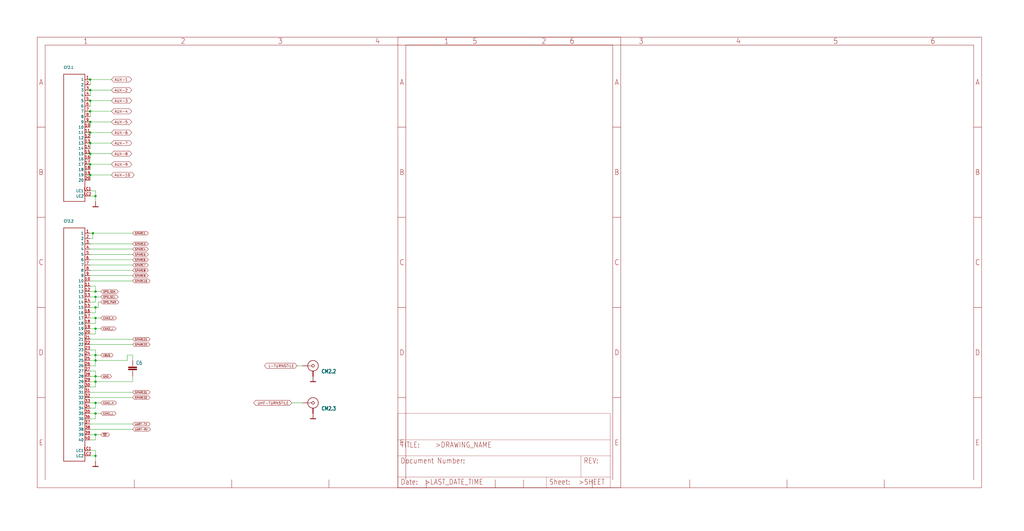
<source format=kicad_sch>
(kicad_sch (version 20211123) (generator eeschema)
  (paper "User" 490.22 254.406)
  (lib_symbols
    (symbol "oresat-backplane-1u-eagle-import:C-EU1206-B"
      (property "Reference" "C" (at 1.524 0.381 0))
      (property "Value" "C-EU1206-B" (at 1.524 -4.699 0))
      (symbol "C-EU1206-B_1_0"
        (rectangle (start -2.032 -2.032) (end 2.032 -1.524) (fill (type outline)))
        (rectangle (start -2.032 -1.016) (end 2.032 -0.508) (fill (type outline)))
        (polyline (pts (xy 0 -2.54) (xy 0 -2.032)) (stroke (width 0.1524)))
        (polyline (pts (xy 0 0) (xy 0 -0.508)) (stroke (width 0.1524)))
        (pin passive line (at 0 2.54 270) (length 2.54) (name "1") (number "1"))
        (pin passive line (at 0 -5.08 90) (length 2.54) (name "2") (number "2"))
      )
    )
    (symbol "oresat-backplane-1u-eagle-import:FRAME_A_L"
      (symbol "FRAME_A_L_0_0"
        (polyline (pts (xy 0 43.18) (xy 3.81 43.18)))
        (polyline (pts (xy 0 86.36) (xy 3.81 86.36)))
        (polyline (pts (xy 0 129.54) (xy 3.81 129.54)))
        (polyline (pts (xy 0 172.72) (xy 3.81 172.72)))
        (polyline (pts (xy 3.81 3.81) (xy 3.81 212.09)))
        (polyline (pts (xy 46.5667 0) (xy 46.5667 3.81)))
        (polyline (pts (xy 93.1333 0) (xy 93.1333 3.81)))
        (polyline (pts (xy 139.7 0) (xy 139.7 3.81)))
        (polyline (pts (xy 186.2667 0) (xy 186.2667 3.81)))
        (polyline (pts (xy 232.8333 0) (xy 232.8333 3.81)))
        (polyline (pts (xy 275.59 3.81) (xy 275.59 212.09)))
        (polyline (pts (xy 275.59 43.18) (xy 279.4 43.18)))
        (polyline (pts (xy 275.59 86.36) (xy 279.4 86.36)))
        (polyline (pts (xy 275.59 129.54) (xy 279.4 129.54)))
        (polyline (pts (xy 275.59 172.72) (xy 279.4 172.72)))
        (polyline (pts (xy 275.59 212.09) (xy 3.81 212.09)))
        (polyline (pts (xy 0 0) (xy 279.4 0) (xy 279.4 215.9) (xy 0 215.9) (xy 0 0)))
        (text "1" (at 23.2833 213.995 0) (effects (font (size 2.54 2.286))))
        (text "2" (at 69.85 213.995 0) (effects (font (size 2.54 2.286))))
        (text "3" (at 116.4167 213.995 0) (effects (font (size 2.54 2.286))))
        (text "4" (at 162.9833 213.995 0) (effects (font (size 2.54 2.286))))
        (text "5" (at 209.55 213.995 0) (effects (font (size 2.54 2.286))))
        (text "6" (at 256.1167 213.995 0) (effects (font (size 2.54 2.286))))
        (text "A" (at 1.905 194.31 0) (effects (font (size 2.54 2.286))))
        (text "A" (at 277.495 194.31 0) (effects (font (size 2.54 2.286))))
        (text "B" (at 1.905 151.13 0) (effects (font (size 2.54 2.286))))
        (text "B" (at 277.495 151.13 0) (effects (font (size 2.54 2.286))))
        (text "C" (at 1.905 107.95 0) (effects (font (size 2.54 2.286))))
        (text "C" (at 277.495 107.95 0) (effects (font (size 2.54 2.286))))
        (text "D" (at 1.905 64.77 0) (effects (font (size 2.54 2.286))))
        (text "D" (at 277.495 64.77 0) (effects (font (size 2.54 2.286))))
        (text "E" (at 1.905 21.59 0) (effects (font (size 2.54 2.286))))
        (text "E" (at 277.495 21.59 0) (effects (font (size 2.54 2.286))))
      )
      (symbol "FRAME_A_L_2_0"
        (polyline (pts (xy 0 0) (xy 0 5.08)) (stroke (width 0.1016)))
        (polyline (pts (xy 0 0) (xy 71.12 0)) (stroke (width 0.1016)))
        (polyline (pts (xy 0 5.08) (xy 0 15.24)) (stroke (width 0.1016)))
        (polyline (pts (xy 0 5.08) (xy 71.12 5.08)) (stroke (width 0.1016)))
        (polyline (pts (xy 0 15.24) (xy 0 22.86)) (stroke (width 0.1016)))
        (polyline (pts (xy 0 22.86) (xy 0 35.56)) (stroke (width 0.1016)))
        (polyline (pts (xy 0 22.86) (xy 101.6 22.86)) (stroke (width 0.1016)))
        (polyline (pts (xy 71.12 0) (xy 101.6 0)) (stroke (width 0.1016)))
        (polyline (pts (xy 71.12 5.08) (xy 71.12 0)) (stroke (width 0.1016)))
        (polyline (pts (xy 71.12 5.08) (xy 87.63 5.08)) (stroke (width 0.1016)))
        (polyline (pts (xy 87.63 5.08) (xy 101.6 5.08)) (stroke (width 0.1016)))
        (polyline (pts (xy 87.63 15.24) (xy 0 15.24)) (stroke (width 0.1016)))
        (polyline (pts (xy 87.63 15.24) (xy 87.63 5.08)) (stroke (width 0.1016)))
        (polyline (pts (xy 101.6 5.08) (xy 101.6 0)) (stroke (width 0.1016)))
        (polyline (pts (xy 101.6 15.24) (xy 87.63 15.24)) (stroke (width 0.1016)))
        (polyline (pts (xy 101.6 15.24) (xy 101.6 5.08)) (stroke (width 0.1016)))
        (polyline (pts (xy 101.6 22.86) (xy 101.6 15.24)) (stroke (width 0.1016)))
        (polyline (pts (xy 101.6 35.56) (xy 0 35.56)) (stroke (width 0.1016)))
        (polyline (pts (xy 101.6 35.56) (xy 101.6 22.86)) (stroke (width 0.1016)))
        (text ">DRAWING_NAME" (at 17.78 19.05 0) (effects (font (size 2.54 2.159)) (justify left bottom)))
        (text ">LAST_DATE_TIME" (at 12.7 1.27 0) (effects (font (size 2.54 2.159)) (justify left bottom)))
        (text ">SHEET" (at 86.36 1.27 0) (effects (font (size 2.54 2.159)) (justify left bottom)))
        (text "Date:" (at 1.27 1.27 0) (effects (font (size 2.54 2.159)) (justify left bottom)))
        (text "Document Number:" (at 1.27 11.43 0) (effects (font (size 2.54 2.159)) (justify left bottom)))
        (text "REV:" (at 88.9 11.43 0) (effects (font (size 2.54 2.159)) (justify left bottom)))
        (text "Sheet:" (at 72.39 1.27 0) (effects (font (size 2.54 2.159)) (justify left bottom)))
        (text "TITLE:" (at 1.27 19.05 0) (effects (font (size 2.54 2.159)) (justify left bottom)))
      )
    )
    (symbol "oresat-backplane-1u-eagle-import:GND" (power)
      (symbol "GND_1_0"
        (polyline (pts (xy -1.27 -2.54) (xy 1.27 -2.54)) (stroke (width 0.4064)))
        (pin power_in line (at 0 0 270) (length 2.54) (name "GND") (number "1"))
      )
    )
    (symbol "oresat-backplane-1u-eagle-import:J-MOLEX-SMPM-73300-0111X"
      (property "Reference" "CM" (at 3.81 -3.81 0))
      (property "Value" "J-MOLEX-SMPM-73300-0111X" (at 3.81 -6.35 0))
      (symbol "J-MOLEX-SMPM-73300-0111X_1_0"
        (polyline (pts (xy -2.54 0) (xy -0.635 0)) (stroke (width 0.1524)))
        (circle (center 0 0) (radius 0.635) (stroke (width 0.254)))
        (circle (center 0 0) (radius 2.54) (stroke (width 0.254)))
        (pin passive line (at 0 -5.08 90) (length 2.54) (name "SHIELD1") (number "P$1"))
        (pin passive line (at 0 -5.08 90) (length 2.54) (name "SHIELD1") (number "P$2"))
        (pin passive line (at 0 -5.08 90) (length 2.54) (name "SHIELD1") (number "P$3"))
        (pin passive line (at 0 -5.08 90) (length 2.54) (name "SHIELD1") (number "P$4"))
        (pin passive line (at -5.08 0 0) (length 2.54) (name "RF") (number "RF-DOWN"))
      )
    )
    (symbol "oresat-backplane-1u-eagle-import:SFM-110-X1-XXX-D-LC"
      (property "Reference" "CF" (at -2.54 33.02 0))
      (property "Value" "SFM-110-X1-XXX-D-LC" (at -2.54 31.75 0))
      (symbol "SFM-110-X1-XXX-D-LC_1_0"
        (polyline (pts (xy -2.54 -30.48) (xy -2.54 30.48)) (stroke (width 0.254)))
        (polyline (pts (xy -2.54 30.48) (xy 7.62 30.48)) (stroke (width 0.254)))
        (polyline (pts (xy 7.62 -30.48) (xy -2.54 -30.48)) (stroke (width 0.254)))
        (polyline (pts (xy 7.62 30.48) (xy 7.62 -30.48)) (stroke (width 0.254)))
        (pin passive line (at 10.16 27.94 180) (length 2.54) (name "1") (number "1"))
        (pin passive line (at 10.16 5.08 180) (length 2.54) (name "10") (number "10"))
        (pin passive line (at 10.16 2.54 180) (length 2.54) (name "11") (number "11"))
        (pin passive line (at 10.16 0 180) (length 2.54) (name "12") (number "12"))
        (pin passive line (at 10.16 -2.54 180) (length 2.54) (name "13") (number "13"))
        (pin passive line (at 10.16 -5.08 180) (length 2.54) (name "14") (number "14"))
        (pin passive line (at 10.16 -7.62 180) (length 2.54) (name "15") (number "15"))
        (pin passive line (at 10.16 -10.16 180) (length 2.54) (name "16") (number "16"))
        (pin passive line (at 10.16 -12.7 180) (length 2.54) (name "17") (number "17"))
        (pin passive line (at 10.16 -15.24 180) (length 2.54) (name "18") (number "18"))
        (pin passive line (at 10.16 -17.78 180) (length 2.54) (name "19") (number "19"))
        (pin passive line (at 10.16 25.4 180) (length 2.54) (name "2") (number "2"))
        (pin passive line (at 10.16 -20.32 180) (length 2.54) (name "20") (number "20"))
        (pin passive line (at 10.16 22.86 180) (length 2.54) (name "3") (number "3"))
        (pin passive line (at 10.16 20.32 180) (length 2.54) (name "4") (number "4"))
        (pin passive line (at 10.16 17.78 180) (length 2.54) (name "5") (number "5"))
        (pin passive line (at 10.16 15.24 180) (length 2.54) (name "6") (number "6"))
        (pin passive line (at 10.16 12.7 180) (length 2.54) (name "7") (number "7"))
        (pin passive line (at 10.16 10.16 180) (length 2.54) (name "8") (number "8"))
        (pin passive line (at 10.16 7.62 180) (length 2.54) (name "9") (number "9"))
        (pin passive line (at 10.16 -25.4 180) (length 2.54) (name "LC1") (number "LC1"))
        (pin passive line (at 10.16 -27.94 180) (length 2.54) (name "LC2") (number "LC2"))
      )
    )
    (symbol "oresat-backplane-1u-eagle-import:SFM-120-X1-XXX-D"
      (property "Reference" "J" (at -2.54 50.8 0))
      (property "Value" "SFM-120-X1-XXX-D" (at -2.54 49.53 0))
      (symbol "SFM-120-X1-XXX-D_1_0"
        (polyline (pts (xy -2.54 -63.5) (xy -2.54 48.26)) (stroke (width 0.254)))
        (polyline (pts (xy -2.54 48.26) (xy 7.62 48.26)) (stroke (width 0.254)))
        (polyline (pts (xy 7.62 -63.5) (xy -2.54 -63.5)) (stroke (width 0.254)))
        (polyline (pts (xy 7.62 48.26) (xy 7.62 -63.5)) (stroke (width 0.254)))
        (pin passive line (at 10.16 45.72 180) (length 2.54) (name "1") (number "1"))
        (pin passive line (at 10.16 22.86 180) (length 2.54) (name "10") (number "10"))
        (pin passive line (at 10.16 20.32 180) (length 2.54) (name "11") (number "11"))
        (pin passive line (at 10.16 17.78 180) (length 2.54) (name "12") (number "12"))
        (pin passive line (at 10.16 15.24 180) (length 2.54) (name "13") (number "13"))
        (pin passive line (at 10.16 12.7 180) (length 2.54) (name "14") (number "14"))
        (pin passive line (at 10.16 10.16 180) (length 2.54) (name "15") (number "15"))
        (pin passive line (at 10.16 7.62 180) (length 2.54) (name "16") (number "16"))
        (pin passive line (at 10.16 5.08 180) (length 2.54) (name "17") (number "17"))
        (pin passive line (at 10.16 2.54 180) (length 2.54) (name "18") (number "18"))
        (pin passive line (at 10.16 0 180) (length 2.54) (name "19") (number "19"))
        (pin passive line (at 10.16 43.18 180) (length 2.54) (name "2") (number "2"))
        (pin passive line (at 10.16 -2.54 180) (length 2.54) (name "20") (number "20"))
        (pin passive line (at 10.16 -5.08 180) (length 2.54) (name "21") (number "21"))
        (pin passive line (at 10.16 -7.62 180) (length 2.54) (name "22") (number "22"))
        (pin passive line (at 10.16 -10.16 180) (length 2.54) (name "23") (number "23"))
        (pin passive line (at 10.16 -12.7 180) (length 2.54) (name "24") (number "24"))
        (pin passive line (at 10.16 -15.24 180) (length 2.54) (name "25") (number "25"))
        (pin passive line (at 10.16 -17.78 180) (length 2.54) (name "26") (number "26"))
        (pin passive line (at 10.16 -20.32 180) (length 2.54) (name "27") (number "27"))
        (pin passive line (at 10.16 -22.86 180) (length 2.54) (name "28") (number "28"))
        (pin passive line (at 10.16 -25.4 180) (length 2.54) (name "29") (number "29"))
        (pin passive line (at 10.16 40.64 180) (length 2.54) (name "3") (number "3"))
        (pin passive line (at 10.16 -27.94 180) (length 2.54) (name "30") (number "30"))
        (pin passive line (at 10.16 -30.48 180) (length 2.54) (name "31") (number "31"))
        (pin passive line (at 10.16 -33.02 180) (length 2.54) (name "32") (number "32"))
        (pin passive line (at 10.16 -35.56 180) (length 2.54) (name "33") (number "33"))
        (pin passive line (at 10.16 -38.1 180) (length 2.54) (name "34") (number "34"))
        (pin passive line (at 10.16 -40.64 180) (length 2.54) (name "35") (number "35"))
        (pin passive line (at 10.16 -43.18 180) (length 2.54) (name "36") (number "36"))
        (pin passive line (at 10.16 -45.72 180) (length 2.54) (name "37") (number "37"))
        (pin passive line (at 10.16 -48.26 180) (length 2.54) (name "38") (number "38"))
        (pin passive line (at 10.16 -50.8 180) (length 2.54) (name "39") (number "39"))
        (pin passive line (at 10.16 38.1 180) (length 2.54) (name "4") (number "4"))
        (pin passive line (at 10.16 -53.34 180) (length 2.54) (name "40") (number "40"))
        (pin passive line (at 10.16 35.56 180) (length 2.54) (name "5") (number "5"))
        (pin passive line (at 10.16 33.02 180) (length 2.54) (name "6") (number "6"))
        (pin passive line (at 10.16 30.48 180) (length 2.54) (name "7") (number "7"))
        (pin passive line (at 10.16 27.94 180) (length 2.54) (name "8") (number "8"))
        (pin passive line (at 10.16 25.4 180) (length 2.54) (name "9") (number "9"))
        (pin passive line (at 10.16 -58.42 180) (length 2.54) (name "LC1") (number "LC1"))
        (pin passive line (at 10.16 -60.96 180) (length 2.54) (name "LC2") (number "LC2"))
      )
    )
  )
  (junction (at 45.72 142.24))
  (junction (at 43.18 53.34))
  (junction (at 45.72 172.72))
  (junction (at 43.18 38.1))
  (junction (at 45.72 180.34))
  (junction (at 45.72 147.32))
  (junction (at 45.72 93.98))
  (junction (at 45.72 218.44))
  (junction (at 45.72 208.28))
  (junction (at 45.72 198.12))
  (junction (at 45.72 182.88))
  (junction (at 43.18 68.58))
  (junction (at 44.45 111.76))
  (junction (at 45.72 139.7))
  (junction (at 45.72 193.04))
  (junction (at 43.18 63.5))
  (junction (at 43.18 48.26))
  (junction (at 43.18 58.42))
  (junction (at 45.72 157.48))
  (junction (at 43.18 43.18))
  (junction (at 45.72 152.4))
  (junction (at 43.18 78.74))
  (junction (at 43.18 83.82))
  (junction (at 45.72 170.18))
  (junction (at 43.18 73.66))
  (wire (pts (xy 43.18 119.38) (xy 63.5 119.38)))
  (wire (pts (xy 43.18 210.82) (xy 45.72 210.82)))
  (wire (pts (xy 45.72 93.98) (xy 45.72 91.44)))
  (wire (pts (xy 63.5 182.88) (xy 45.72 182.88)))
  (wire (pts (xy 45.72 167.64) (xy 45.72 170.18)))
  (wire (pts (xy 45.72 182.88) (xy 43.18 182.88)))
  (wire (pts (xy 43.18 200.66) (xy 45.72 200.66)))
  (wire (pts (xy 43.18 43.18) (xy 43.18 45.72)))
  (wire (pts (xy 43.18 190.5) (xy 63.5 190.5)))
  (wire (pts (xy 45.72 170.18) (xy 45.72 172.72)))
  (wire (pts (xy 43.18 134.62) (xy 63.5 134.62)))
  (wire (pts (xy 45.72 193.04) (xy 43.18 193.04)))
  (wire (pts (xy 43.18 78.74) (xy 53.34 78.74)))
  (wire (pts (xy 45.72 157.48) (xy 45.72 160.02)))
  (wire (pts (xy 45.72 172.72) (xy 45.72 175.26)))
  (wire (pts (xy 43.18 38.1) (xy 53.34 38.1)))
  (wire (pts (xy 48.26 180.34) (xy 45.72 180.34)))
  (wire (pts (xy 43.18 215.9) (xy 45.72 215.9)))
  (wire (pts (xy 48.26 157.48) (xy 45.72 157.48)))
  (wire (pts (xy 43.18 111.76) (xy 44.45 111.76)))
  (wire (pts (xy 43.18 129.54) (xy 63.5 129.54)))
  (wire (pts (xy 43.18 205.74) (xy 63.5 205.74)))
  (wire (pts (xy 43.18 43.18) (xy 53.34 43.18)))
  (wire (pts (xy 43.18 63.5) (xy 53.34 63.5)))
  (wire (pts (xy 43.18 83.82) (xy 53.34 83.82)))
  (wire (pts (xy 45.72 144.78) (xy 43.18 144.78)))
  (wire (pts (xy 45.72 185.42) (xy 45.72 182.88)))
  (wire (pts (xy 43.18 177.8) (xy 45.72 177.8)))
  (wire (pts (xy 43.18 160.02) (xy 45.72 160.02)))
  (wire (pts (xy 48.26 170.18) (xy 45.72 170.18)))
  (wire (pts (xy 144.78 193.04) (xy 139.7 193.04)))
  (wire (pts (xy 43.18 63.5) (xy 43.18 66.04)))
  (wire (pts (xy 48.26 198.12) (xy 45.72 198.12)))
  (wire (pts (xy 43.18 124.46) (xy 63.5 124.46)))
  (wire (pts (xy 44.45 114.3) (xy 44.45 111.76)))
  (wire (pts (xy 48.26 144.78) (xy 46.99 144.78)))
  (wire (pts (xy 45.72 147.32) (xy 43.18 147.32)))
  (wire (pts (xy 45.72 139.7) (xy 45.72 137.16)))
  (wire (pts (xy 43.18 68.58) (xy 43.18 71.12)))
  (wire (pts (xy 43.18 73.66) (xy 53.34 73.66)))
  (wire (pts (xy 43.18 142.24) (xy 45.72 142.24)))
  (wire (pts (xy 43.18 165.1) (xy 63.5 165.1)))
  (wire (pts (xy 45.72 172.72) (xy 43.18 172.72)))
  (wire (pts (xy 45.72 137.16) (xy 43.18 137.16)))
  (wire (pts (xy 63.5 180.34) (xy 63.5 182.88)))
  (wire (pts (xy 48.26 208.28) (xy 45.72 208.28)))
  (wire (pts (xy 48.26 152.4) (xy 45.72 152.4)))
  (wire (pts (xy 45.72 91.44) (xy 43.18 91.44)))
  (wire (pts (xy 45.72 200.66) (xy 45.72 198.12)))
  (wire (pts (xy 43.18 180.34) (xy 45.72 180.34)))
  (wire (pts (xy 43.18 114.3) (xy 44.45 114.3)))
  (wire (pts (xy 43.18 48.26) (xy 43.18 50.8)))
  (wire (pts (xy 43.18 218.44) (xy 45.72 218.44)))
  (wire (pts (xy 46.99 147.32) (xy 45.72 147.32)))
  (wire (pts (xy 45.72 175.26) (xy 43.18 175.26)))
  (wire (pts (xy 43.18 167.64) (xy 45.72 167.64)))
  (wire (pts (xy 43.18 154.94) (xy 45.72 154.94)))
  (wire (pts (xy 43.18 149.86) (xy 45.72 149.86)))
  (wire (pts (xy 45.72 152.4) (xy 43.18 152.4)))
  (wire (pts (xy 45.72 157.48) (xy 43.18 157.48)))
  (wire (pts (xy 45.72 210.82) (xy 45.72 208.28)))
  (wire (pts (xy 43.18 73.66) (xy 43.18 76.2)))
  (wire (pts (xy 43.18 132.08) (xy 63.5 132.08)))
  (wire (pts (xy 43.18 185.42) (xy 45.72 185.42)))
  (wire (pts (xy 45.72 170.18) (xy 43.18 170.18)))
  (wire (pts (xy 45.72 172.72) (xy 60.96 172.72)))
  (wire (pts (xy 45.72 96.52) (xy 45.72 93.98)))
  (wire (pts (xy 48.26 139.7) (xy 45.72 139.7)))
  (wire (pts (xy 43.18 58.42) (xy 43.18 60.96)))
  (wire (pts (xy 144.78 175.26) (xy 142.24 175.26)))
  (wire (pts (xy 45.72 142.24) (xy 45.72 144.78)))
  (wire (pts (xy 43.18 68.58) (xy 53.34 68.58)))
  (wire (pts (xy 45.72 152.4) (xy 45.72 154.94)))
  (wire (pts (xy 45.72 195.58) (xy 45.72 193.04)))
  (wire (pts (xy 48.26 193.04) (xy 45.72 193.04)))
  (wire (pts (xy 63.5 170.18) (xy 63.5 172.72)))
  (wire (pts (xy 45.72 208.28) (xy 43.18 208.28)))
  (wire (pts (xy 43.18 38.1) (xy 43.18 40.64)))
  (wire (pts (xy 45.72 177.8) (xy 45.72 180.34)))
  (wire (pts (xy 43.18 203.2) (xy 63.5 203.2)))
  (wire (pts (xy 43.18 139.7) (xy 45.72 139.7)))
  (wire (pts (xy 45.72 93.98) (xy 43.18 93.98)))
  (wire (pts (xy 43.18 53.34) (xy 53.34 53.34)))
  (wire (pts (xy 43.18 83.82) (xy 43.18 86.36)))
  (wire (pts (xy 45.72 215.9) (xy 45.72 218.44)))
  (wire (pts (xy 43.18 195.58) (xy 45.72 195.58)))
  (wire (pts (xy 45.72 142.24) (xy 48.26 142.24)))
  (wire (pts (xy 43.18 53.34) (xy 43.18 55.88)))
  (wire (pts (xy 43.18 48.26) (xy 53.34 48.26)))
  (wire (pts (xy 43.18 58.42) (xy 53.34 58.42)))
  (wire (pts (xy 60.96 172.72) (xy 60.96 170.18)))
  (wire (pts (xy 43.18 121.92) (xy 63.5 121.92)))
  (wire (pts (xy 45.72 218.44) (xy 45.72 220.98)))
  (wire (pts (xy 43.18 116.84) (xy 63.5 116.84)))
  (wire (pts (xy 43.18 162.56) (xy 63.5 162.56)))
  (wire (pts (xy 43.18 78.74) (xy 43.18 81.28)))
  (wire (pts (xy 45.72 180.34) (xy 45.72 182.88)))
  (wire (pts (xy 45.72 149.86) (xy 45.72 147.32)))
  (wire (pts (xy 45.72 198.12) (xy 43.18 198.12)))
  (wire (pts (xy 43.18 127) (xy 63.5 127)))
  (wire (pts (xy 43.18 187.96) (xy 63.5 187.96)))
  (wire (pts (xy 46.99 144.78) (xy 46.99 147.32)))
  (wire (pts (xy 60.96 170.18) (xy 63.5 170.18)))
  (wire (pts (xy 44.45 111.76) (xy 63.5 111.76)))
  (global_label "~{SD}" (shape bidirectional) (at 48.26 208.28 0) (effects (font (size 0.889 0.889))) (property "Intersheet References" "${INTERSHEET_REFS}" (effects hide)))
  (global_label "SPARE21" (shape bidirectional) (at 63.5 162.56 0) (effects (font (size 0.889 0.889))) (property "Intersheet References" "${INTERSHEET_REFS}" (effects hide)))
  (global_label "SPARE5" (shape bidirectional) (at 63.5 121.92 0) (effects (font (size 0.889 0.889))) (property "Intersheet References" "${INTERSHEET_REFS}" (effects hide)))
  (global_label "AUX-8" (shape bidirectional) (at 53.34 73.66 0) (effects (font (size 1.2446 1.2446))) (property "Intersheet References" "${INTERSHEET_REFS}" (effects hide)))
  (global_label "SPARE7" (shape bidirectional) (at 63.5 127 0) (effects (font (size 0.889 0.889))) (property "Intersheet References" "${INTERSHEET_REFS}" (effects hide)))
  (global_label "AUX-6" (shape bidirectional) (at 53.34 63.5 0) (effects (font (size 1.2446 1.2446))) (property "Intersheet References" "${INTERSHEET_REFS}" (effects hide)))
  (global_label "UART-RX" (shape bidirectional) (at 63.5 205.74 0) (effects (font (size 0.889 0.889))) (property "Intersheet References" "${INTERSHEET_REFS}" (effects hide)))
  (global_label "OPD_SDA" (shape bidirectional) (at 48.26 139.7 0) (effects (font (size 0.889 0.889))) (property "Intersheet References" "${INTERSHEET_REFS}" (effects hide)))
  (global_label "CAN2_L" (shape bidirectional) (at 48.26 157.48 0) (effects (font (size 0.889 0.889))) (property "Intersheet References" "${INTERSHEET_REFS}" (effects hide)))
  (global_label "CAN1_H" (shape bidirectional) (at 48.26 193.04 0) (effects (font (size 0.889 0.889))) (property "Intersheet References" "${INTERSHEET_REFS}" (effects hide)))
  (global_label "SPARE4" (shape bidirectional) (at 63.5 119.38 0) (effects (font (size 0.889 0.889))) (property "Intersheet References" "${INTERSHEET_REFS}" (effects hide)))
  (global_label "AUX-5" (shape bidirectional) (at 53.34 58.42 0) (effects (font (size 1.2446 1.2446))) (property "Intersheet References" "${INTERSHEET_REFS}" (effects hide)))
  (global_label "AUX-9" (shape bidirectional) (at 53.34 78.74 0) (effects (font (size 1.2446 1.2446))) (property "Intersheet References" "${INTERSHEET_REFS}" (effects hide)))
  (global_label "SPARE1" (shape bidirectional) (at 63.5 111.76 0) (effects (font (size 0.889 0.889))) (property "Intersheet References" "${INTERSHEET_REFS}" (effects hide)))
  (global_label "SPARE32" (shape bidirectional) (at 63.5 190.5 0) (effects (font (size 0.889 0.889))) (property "Intersheet References" "${INTERSHEET_REFS}" (effects hide)))
  (global_label "SPARE8" (shape bidirectional) (at 63.5 129.54 0) (effects (font (size 0.889 0.889))) (property "Intersheet References" "${INTERSHEET_REFS}" (effects hide)))
  (global_label "UHF-TURNSTILE" (shape bidirectional) (at 139.7 193.04 180) (effects (font (size 1.2446 1.2446))) (property "Intersheet References" "${INTERSHEET_REFS}" (effects hide)))
  (global_label "AUX-7" (shape bidirectional) (at 53.34 68.58 0) (effects (font (size 1.2446 1.2446))) (property "Intersheet References" "${INTERSHEET_REFS}" (effects hide)))
  (global_label "VBUS" (shape bidirectional) (at 48.26 170.18 0) (effects (font (size 0.889 0.889))) (property "Intersheet References" "${INTERSHEET_REFS}" (effects hide)))
  (global_label "UART-TX" (shape bidirectional) (at 63.5 203.2 0) (effects (font (size 0.889 0.889))) (property "Intersheet References" "${INTERSHEET_REFS}" (effects hide)))
  (global_label "AUX-1" (shape bidirectional) (at 53.34 38.1 0) (effects (font (size 1.2446 1.2446))) (property "Intersheet References" "${INTERSHEET_REFS}" (effects hide)))
  (global_label "SPARE3" (shape bidirectional) (at 63.5 116.84 0) (effects (font (size 0.889 0.889))) (property "Intersheet References" "${INTERSHEET_REFS}" (effects hide)))
  (global_label "CAN2_H" (shape bidirectional) (at 48.26 152.4 0) (effects (font (size 0.889 0.889))) (property "Intersheet References" "${INTERSHEET_REFS}" (effects hide)))
  (global_label "SPARE31" (shape bidirectional) (at 63.5 187.96 0) (effects (font (size 0.889 0.889))) (property "Intersheet References" "${INTERSHEET_REFS}" (effects hide)))
  (global_label "GND" (shape bidirectional) (at 48.26 180.34 0) (effects (font (size 0.889 0.889))) (property "Intersheet References" "${INTERSHEET_REFS}" (effects hide)))
  (global_label "AUX-2" (shape bidirectional) (at 53.34 43.18 0) (effects (font (size 1.2446 1.2446))) (property "Intersheet References" "${INTERSHEET_REFS}" (effects hide)))
  (global_label "SPARE10" (shape bidirectional) (at 63.5 134.62 0) (effects (font (size 0.889 0.889))) (property "Intersheet References" "${INTERSHEET_REFS}" (effects hide)))
  (global_label "OPD_SCL" (shape bidirectional) (at 48.26 142.24 0) (effects (font (size 0.889 0.889))) (property "Intersheet References" "${INTERSHEET_REFS}" (effects hide)))
  (global_label "AUX-4" (shape bidirectional) (at 53.34 53.34 0) (effects (font (size 1.2446 1.2446))) (property "Intersheet References" "${INTERSHEET_REFS}" (effects hide)))
  (global_label "SPARE22" (shape bidirectional) (at 63.5 165.1 0) (effects (font (size 0.889 0.889))) (property "Intersheet References" "${INTERSHEET_REFS}" (effects hide)))
  (global_label "AUX-10" (shape bidirectional) (at 53.34 83.82 0) (effects (font (size 1.2446 1.2446))) (property "Intersheet References" "${INTERSHEET_REFS}" (effects hide)))
  (global_label "SPARE6" (shape bidirectional) (at 63.5 124.46 0) (effects (font (size 0.889 0.889))) (property "Intersheet References" "${INTERSHEET_REFS}" (effects hide)))
  (global_label "L-TURNSTILE" (shape bidirectional) (at 142.24 175.26 180) (effects (font (size 1.2446 1.2446))) (property "Intersheet References" "${INTERSHEET_REFS}" (effects hide)))
  (global_label "OPD_PWR" (shape bidirectional) (at 48.26 144.78 0) (effects (font (size 0.889 0.889))) (property "Intersheet References" "${INTERSHEET_REFS}" (effects hide)))
  (global_label "SPARE9" (shape bidirectional) (at 63.5 132.08 0) (effects (font (size 0.889 0.889))) (property "Intersheet References" "${INTERSHEET_REFS}" (effects hide)))
  (global_label "CAN1_L" (shape bidirectional) (at 48.26 198.12 0) (effects (font (size 0.889 0.889))) (property "Intersheet References" "${INTERSHEET_REFS}" (effects hide)))
  (global_label "AUX-3" (shape bidirectional) (at 53.34 48.26 0) (effects (font (size 1.2446 1.2446))) (property "Intersheet References" "${INTERSHEET_REFS}" (effects hide)))
  (symbol (lib_id "oresat-backplane-1u-eagle-import:C-EU1206-B") (at 63.5 175.26 0) (unit 1)
    (property "Reference" "C6" (at 65.024 174.879 0) (effects (font (size 1.778 1.5113)) (justify left bottom)))
  )
  (symbol (lib_id "oresat-backplane-1u-eagle-import:GND") (at 45.72 96.52 0) (unit 1)
    (property "Reference" "#GND113" (effects hide))
  )
  (symbol (lib_id "oresat-backplane-1u-eagle-import:J-MOLEX-SMPM-73300-0111X") (at 149.86 175.26 0) (unit 1)
    (property "Reference" "CM2.2" (at 153.67 179.07 0) (effects (font (size 1.778 1.5113) bold) (justify left bottom)))
  )
  (symbol (lib_id "oresat-backplane-1u-eagle-import:GND") (at 149.86 198.12 0) (unit 1)
    (property "Reference" "#GND4" (effects hide))
  )
  (symbol (lib_id "oresat-backplane-1u-eagle-import:FRAME_A_L") (at 17.78 233.68 0) (unit 1)
    (property "Reference" "#FRAME19" (effects hide))
  )
  (symbol (lib_id "oresat-backplane-1u-eagle-import:FRAME_A_L") (at 190.5 233.68 0) (unit 2)
    (property "Reference" "#FRAME19" (effects hide))
  )
  (symbol (lib_id "oresat-backplane-1u-eagle-import:J-MOLEX-SMPM-73300-0111X") (at 149.86 193.04 0) (unit 1)
    (property "Reference" "CM2.3" (at 153.67 196.85 0) (effects (font (size 1.778 1.5113) bold) (justify left bottom)))
  )
  (symbol (lib_id "oresat-backplane-1u-eagle-import:SFM-110-X1-XXX-D-LC") (at 33.02 66.04 0) (unit 1)
    (property "Reference" "CF2.1" (at 30.48 33.02 0) (effects (font (size 1.27 1.0795)) (justify left bottom)))
  )
  (symbol (lib_id "oresat-backplane-1u-eagle-import:SFM-120-X1-XXX-D") (at 33.02 157.48 0) (unit 1)
    (property "Reference" "CF2.2" (at 30.48 106.68 0) (effects (font (size 1.27 1.0795)) (justify left bottom)))
  )
  (symbol (lib_id "oresat-backplane-1u-eagle-import:GND") (at 149.86 180.34 0) (unit 1)
    (property "Reference" "#GND11" (effects hide))
  )
  (symbol (lib_id "oresat-backplane-1u-eagle-import:GND") (at 45.72 220.98 0) (unit 1)
    (property "Reference" "#GND109" (effects hide))
  )
)
</source>
